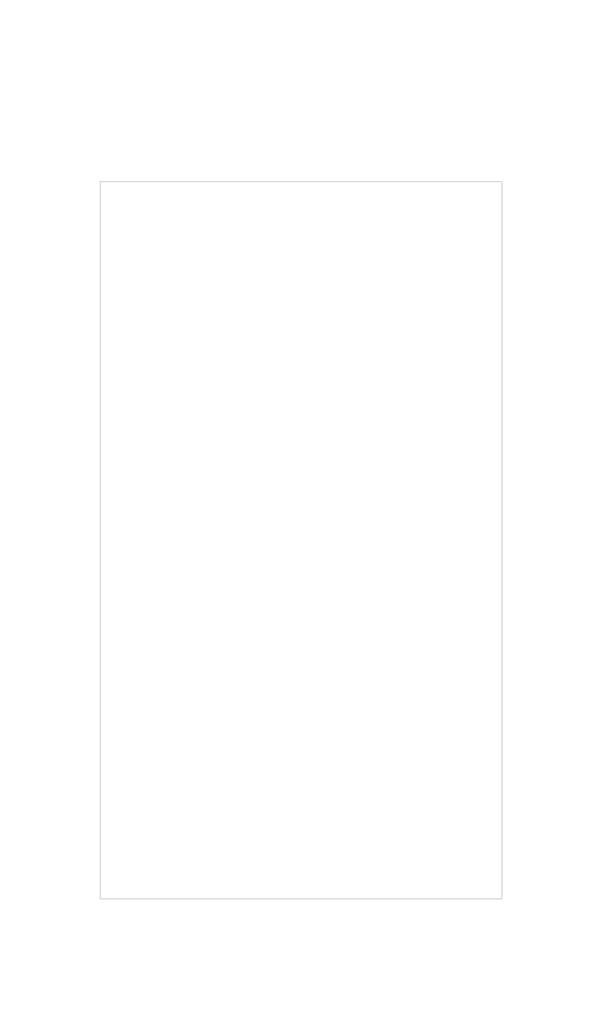
<source format=kicad_pcb>
(kicad_pcb (version 20171130) (host pcbnew 5.1.10)

  (general
    (thickness 1.6)
    (drawings 19)
    (tracks 0)
    (zones 0)
    (modules 4)
    (nets 1)
  )

  (page A4)
  (title_block
    (title "(title)")
    (comment 1 "PCB for panel")
    (comment 2 "(description)")
    (comment 4 "License CC BY 4.0 - Attribution 4.0 International")
  )

  (layers
    (0 F.Cu signal)
    (31 B.Cu signal)
    (32 B.Adhes user)
    (33 F.Adhes user)
    (34 B.Paste user)
    (35 F.Paste user)
    (36 B.SilkS user)
    (37 F.SilkS user)
    (38 B.Mask user)
    (39 F.Mask user)
    (40 Dwgs.User user)
    (41 Cmts.User user)
    (42 Eco1.User user)
    (43 Eco2.User user)
    (44 Edge.Cuts user)
    (45 Margin user)
    (46 B.CrtYd user)
    (47 F.CrtYd user)
    (48 B.Fab user)
    (49 F.Fab user)
  )

  (setup
    (last_trace_width 0.25)
    (user_trace_width 0.381)
    (user_trace_width 0.762)
    (trace_clearance 0.2)
    (zone_clearance 0.508)
    (zone_45_only no)
    (trace_min 0.2)
    (via_size 0.8)
    (via_drill 0.4)
    (via_min_size 0.4)
    (via_min_drill 0.3)
    (uvia_size 0.3)
    (uvia_drill 0.1)
    (uvias_allowed no)
    (uvia_min_size 0.2)
    (uvia_min_drill 0.1)
    (edge_width 0.05)
    (segment_width 0.2)
    (pcb_text_width 0.3)
    (pcb_text_size 1.5 1.5)
    (mod_edge_width 0.12)
    (mod_text_size 1 1)
    (mod_text_width 0.15)
    (pad_size 1.524 1.524)
    (pad_drill 0.762)
    (pad_to_mask_clearance 0)
    (aux_axis_origin 0 0)
    (visible_elements FFFFFF7F)
    (pcbplotparams
      (layerselection 0x010fc_ffffffff)
      (usegerberextensions false)
      (usegerberattributes true)
      (usegerberadvancedattributes true)
      (creategerberjobfile true)
      (excludeedgelayer true)
      (linewidth 0.100000)
      (plotframeref false)
      (viasonmask false)
      (mode 1)
      (useauxorigin false)
      (hpglpennumber 1)
      (hpglpenspeed 20)
      (hpglpendiameter 15.000000)
      (psnegative false)
      (psa4output false)
      (plotreference true)
      (plotvalue true)
      (plotinvisibletext false)
      (padsonsilk false)
      (subtractmaskfromsilk false)
      (outputformat 1)
      (mirror false)
      (drillshape 1)
      (scaleselection 1)
      (outputdirectory ""))
  )

  (net 0 "")

  (net_class Default "This is the default net class."
    (clearance 0.2)
    (trace_width 0.25)
    (via_dia 0.8)
    (via_drill 0.4)
    (uvia_dia 0.3)
    (uvia_drill 0.1)
  )

  (module MountingHole:MountingHole_2.2mm_M2 locked (layer F.Cu) (tedit 56D1B4CB) (tstamp 60979B0E)
    (at 108.86 156.44)
    (descr "Mounting Hole 2.2mm, no annular, M2")
    (tags "mounting hole 2.2mm no annular m2")
    (path /6098DED0)
    (attr virtual)
    (fp_text reference H4 (at 0 -3.2) (layer F.SilkS) hide
      (effects (font (size 1 1) (thickness 0.15)))
    )
    (fp_text value MountingHole (at 0 3.2) (layer F.Fab) hide
      (effects (font (size 1 1) (thickness 0.15)))
    )
    (fp_circle (center 0 0) (end 2.2 0) (layer Cmts.User) (width 0.15))
    (fp_circle (center 0 0) (end 2.45 0) (layer F.CrtYd) (width 0.05))
    (fp_text user %R (at 0.3 0) (layer F.Fab) hide
      (effects (font (size 1 1) (thickness 0.15)))
    )
    (pad 1 np_thru_hole circle (at 0 0) (size 2.2 2.2) (drill 2.2) (layers *.Cu *.Mask))
  )

  (module MountingHole:MountingHole_2.2mm_M2 locked (layer F.Cu) (tedit 56D1B4CB) (tstamp 60979B06)
    (at 53.34 156.44)
    (descr "Mounting Hole 2.2mm, no annular, M2")
    (tags "mounting hole 2.2mm no annular m2")
    (path /6098DECA)
    (attr virtual)
    (fp_text reference H3 (at 0 -3.2) (layer F.SilkS) hide
      (effects (font (size 1 1) (thickness 0.15)))
    )
    (fp_text value MountingHole (at 0 3.2) (layer F.Fab) hide
      (effects (font (size 1 1) (thickness 0.15)))
    )
    (fp_circle (center 0 0) (end 2.2 0) (layer Cmts.User) (width 0.15))
    (fp_circle (center 0 0) (end 2.45 0) (layer F.CrtYd) (width 0.05))
    (fp_text user %R (at 0.3 0) (layer F.Fab) hide
      (effects (font (size 1 1) (thickness 0.15)))
    )
    (pad 1 np_thru_hole circle (at 0 0) (size 2.2 2.2) (drill 2.2) (layers *.Cu *.Mask))
  )

  (module MountingHole:MountingHole_2.2mm_M2 locked (layer F.Cu) (tedit 56D1B4CB) (tstamp 60979AFE)
    (at 108.86 53.34)
    (descr "Mounting Hole 2.2mm, no annular, M2")
    (tags "mounting hole 2.2mm no annular m2")
    (path /6097A580)
    (attr virtual)
    (fp_text reference H2 (at 0 -3.2) (layer F.SilkS) hide
      (effects (font (size 1 1) (thickness 0.15)))
    )
    (fp_text value MountingHole (at 0 3.2) (layer F.Fab) hide
      (effects (font (size 1 1) (thickness 0.15)))
    )
    (fp_circle (center 0 0) (end 2.2 0) (layer Cmts.User) (width 0.15))
    (fp_circle (center 0 0) (end 2.45 0) (layer F.CrtYd) (width 0.05))
    (fp_text user %R (at 0.3 0) (layer F.Fab) hide
      (effects (font (size 1 1) (thickness 0.15)))
    )
    (pad 1 np_thru_hole circle (at 0 0) (size 2.2 2.2) (drill 2.2) (layers *.Cu *.Mask))
  )

  (module MountingHole:MountingHole_2.2mm_M2 (layer F.Cu) (tedit 56D1B4CB) (tstamp 6097E80B)
    (at 53.34 53.34)
    (descr "Mounting Hole 2.2mm, no annular, M2")
    (tags "mounting hole 2.2mm no annular m2")
    (path /6097A217)
    (attr virtual)
    (fp_text reference H1 (at 0 -3.2) (layer F.SilkS) hide
      (effects (font (size 1 1) (thickness 0.15)))
    )
    (fp_text value MountingHole (at 0 3.2) (layer F.Fab) hide
      (effects (font (size 1 1) (thickness 0.15)))
    )
    (fp_circle (center 0 0) (end 2.2 0) (layer Cmts.User) (width 0.15))
    (fp_circle (center 0 0) (end 2.45 0) (layer F.CrtYd) (width 0.05))
    (fp_text user %R (at 0.3 0) (layer F.Fab) hide
      (effects (font (size 1 1) (thickness 0.15)))
    )
    (pad 1 np_thru_hole circle (at 0 0) (size 2.2 2.2) (drill 2.2) (layers *.Cu *.Mask))
  )

  (dimension 9.8 (width 0.15) (layer Dwgs.User)
    (gr_text "9.800 mm" (at 106.5 29.18) (layer Dwgs.User)
      (effects (font (size 1 1) (thickness 0.15)))
    )
    (feature1 (pts (xy 111.4 50.8) (xy 111.4 29.893579)))
    (feature2 (pts (xy 101.6 50.8) (xy 101.6 29.893579)))
    (crossbar (pts (xy 101.6 30.48) (xy 111.4 30.48)))
    (arrow1a (pts (xy 111.4 30.48) (xy 110.273496 31.066421)))
    (arrow1b (pts (xy 111.4 30.48) (xy 110.273496 29.893579)))
    (arrow2a (pts (xy 101.6 30.48) (xy 102.726504 31.066421)))
    (arrow2b (pts (xy 101.6 30.48) (xy 102.726504 29.893579)))
  )
  (dimension 60.6 (width 0.15) (layer Dwgs.User)
    (gr_text "60.600 mm" (at 81.1 24.1) (layer Dwgs.User)
      (effects (font (size 1 1) (thickness 0.15)))
    )
    (feature1 (pts (xy 111.4 50.8) (xy 111.4 24.813579)))
    (feature2 (pts (xy 50.8 50.8) (xy 50.8 24.813579)))
    (crossbar (pts (xy 50.8 25.4) (xy 111.4 25.4)))
    (arrow1a (pts (xy 111.4 25.4) (xy 110.273496 25.986421)))
    (arrow1b (pts (xy 111.4 25.4) (xy 110.273496 24.813579)))
    (arrow2a (pts (xy 50.8 25.4) (xy 51.926504 25.986421)))
    (arrow2b (pts (xy 50.8 25.4) (xy 51.926504 24.813579)))
  )
  (dimension 10.16 (width 0.15) (layer Dwgs.User)
    (gr_text "10.160 mm" (at 55.88 29.18) (layer Dwgs.User)
      (effects (font (size 1 1) (thickness 0.15)))
    )
    (feature1 (pts (xy 60.96 50.8) (xy 60.96 29.893579)))
    (feature2 (pts (xy 50.8 50.8) (xy 50.8 29.893579)))
    (crossbar (pts (xy 50.8 30.48) (xy 60.96 30.48)))
    (arrow1a (pts (xy 60.96 30.48) (xy 59.833496 31.066421)))
    (arrow1b (pts (xy 60.96 30.48) (xy 59.833496 29.893579)))
    (arrow2a (pts (xy 50.8 30.48) (xy 51.926504 31.066421)))
    (arrow2b (pts (xy 50.8 30.48) (xy 51.926504 29.893579)))
  )
  (dimension 20.32 (width 0.15) (layer Dwgs.User)
    (gr_text "20.320 mm" (at 91.44 29.18) (layer Dwgs.User)
      (effects (font (size 1 1) (thickness 0.15)))
    )
    (feature1 (pts (xy 101.6 40.64) (xy 101.6 29.893579)))
    (feature2 (pts (xy 81.28 40.64) (xy 81.28 29.893579)))
    (crossbar (pts (xy 81.28 30.48) (xy 101.6 30.48)))
    (arrow1a (pts (xy 101.6 30.48) (xy 100.473496 31.066421)))
    (arrow1b (pts (xy 101.6 30.48) (xy 100.473496 29.893579)))
    (arrow2a (pts (xy 81.28 30.48) (xy 82.406504 31.066421)))
    (arrow2b (pts (xy 81.28 30.48) (xy 82.406504 29.893579)))
  )
  (dimension 20.32 (width 0.15) (layer Dwgs.User)
    (gr_text "20.320 mm" (at 71.12 29.18) (layer Dwgs.User)
      (effects (font (size 1 1) (thickness 0.15)))
    )
    (feature1 (pts (xy 81.28 40.64) (xy 81.28 29.893579)))
    (feature2 (pts (xy 60.96 40.64) (xy 60.96 29.893579)))
    (crossbar (pts (xy 60.96 30.48) (xy 81.28 30.48)))
    (arrow1a (pts (xy 81.28 30.48) (xy 80.153496 31.066421)))
    (arrow1b (pts (xy 81.28 30.48) (xy 80.153496 29.893579)))
    (arrow2a (pts (xy 60.96 30.48) (xy 62.086504 31.066421)))
    (arrow2b (pts (xy 60.96 30.48) (xy 62.086504 29.893579)))
  )
  (gr_line (start 101.6 40.64) (end 101.6 177.8) (layer Dwgs.User) (width 0.15) (tstamp 60AD50B2))
  (dimension 11.66 (width 0.15) (layer Dwgs.User)
    (gr_text "11.660 mm" (at 44.42 153.15 270) (layer Dwgs.User)
      (effects (font (size 1 1) (thickness 0.15)))
    )
    (feature1 (pts (xy 50.8 158.98) (xy 45.133579 158.98)))
    (feature2 (pts (xy 50.8 147.32) (xy 45.133579 147.32)))
    (crossbar (pts (xy 45.72 147.32) (xy 45.72 158.98)))
    (arrow1a (pts (xy 45.72 158.98) (xy 45.133579 157.853496)))
    (arrow1b (pts (xy 45.72 158.98) (xy 46.306421 157.853496)))
    (arrow2a (pts (xy 45.72 147.32) (xy 45.133579 148.446504)))
    (arrow2b (pts (xy 45.72 147.32) (xy 46.306421 148.446504)))
  )
  (dimension 15.24 (width 0.15) (layer Dwgs.User)
    (gr_text "15.240 mm" (at 39.34 58.42 90) (layer Dwgs.User)
      (effects (font (size 1 1) (thickness 0.15)))
    )
    (feature1 (pts (xy 50.8 50.8) (xy 40.053579 50.8)))
    (feature2 (pts (xy 50.8 66.04) (xy 40.053579 66.04)))
    (crossbar (pts (xy 40.64 66.04) (xy 40.64 50.8)))
    (arrow1a (pts (xy 40.64 50.8) (xy 41.226421 51.926504)))
    (arrow1b (pts (xy 40.64 50.8) (xy 40.053579 51.926504)))
    (arrow2a (pts (xy 40.64 66.04) (xy 41.226421 64.913496)))
    (arrow2b (pts (xy 40.64 66.04) (xy 40.053579 64.913496)))
  )
  (gr_line (start 50.8 147.32) (end 114.3 147.32) (layer Dwgs.User) (width 0.15) (tstamp 6097E920))
  (gr_line (start 50.8 127) (end 116.84 127) (layer Dwgs.User) (width 0.15) (tstamp 6097E91D))
  (gr_line (start 50.8 106.68) (end 117.475 106.68) (layer Dwgs.User) (width 0.15) (tstamp 6097E917))
  (gr_line (start 50.8 66.04) (end 124.46 66.04) (layer Dwgs.User) (width 0.15) (tstamp 6097E905))
  (gr_line (start 50.8 86.36) (end 118.745 86.36) (layer Dwgs.User) (width 0.15))
  (gr_line (start 81.28 40.64) (end 81.28 177.8) (layer Dwgs.User) (width 0.15))
  (gr_line (start 60.96 40.64) (end 60.96 177.8) (layer Dwgs.User) (width 0.15))
  (gr_line (start 50.8 50.8) (end 50.8 158.98) (layer Edge.Cuts) (width 0.15) (tstamp 60977F7D))
  (gr_line (start 111.4 158.98) (end 50.8 158.98) (layer Edge.Cuts) (width 0.15))
  (gr_line (start 111.4 50.8) (end 111.4 158.98) (layer Edge.Cuts) (width 0.15))
  (gr_line (start 50.8 50.8) (end 111.4 50.8) (layer Edge.Cuts) (width 0.15))

)

</source>
